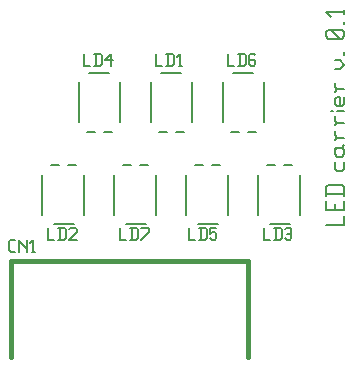
<source format=gbr>
G04 start of page 8 for group -4079 idx -4079 *
G04 Title: LED carrier v. 0.1, topsilk *
G04 Creator: pcb 1.99x *
G04 CreationDate: Sun Jun 28 01:38:54 2009 UTC *
G04 For: davidellsworth *
G04 Format: Gerber/RS-274X *
G04 PCB-Dimensions: 120000 122000 *
G04 PCB-Coordinate-Origin: lower left *
%MOIN*%
%FSLAX24Y24*%
%LNFRONTSILK*%
%ADD16C,0.0150*%
%ADD30C,0.0070*%
G54D30*X11051Y4500D02*X11655D01*
Y4802D02*Y4500D01*
X11353Y5209D02*Y4983D01*
X11655Y5285D02*Y4983D01*
X11051D02*X11655D01*
X11051Y5285D02*Y4983D01*
Y5542D02*X11655D01*
X11051Y5768D02*X11126Y5844D01*
X11579D01*
X11655Y5768D02*X11579Y5844D01*
X11655Y5768D02*Y5466D01*
X11051Y5768D02*Y5466D01*
X11353Y6599D02*Y6372D01*
X11428Y6297D02*X11353Y6372D01*
X11428Y6297D02*X11579D01*
X11655Y6372D01*
Y6599D02*Y6372D01*
X11353Y7007D02*X11428Y7082D01*
X11353Y7007D02*Y6856D01*
X11428Y6780D02*X11353Y6856D01*
X11428Y6780D02*X11579D01*
X11655Y6856D01*
X11353Y7082D02*X11579D01*
X11655Y7158D01*
Y7007D02*Y6856D01*
Y7007D02*X11579Y7082D01*
X11428Y7415D02*X11655D01*
X11428D02*X11353Y7490D01*
Y7641D02*Y7490D01*
Y7339D02*X11428Y7415D01*
Y7898D02*X11655D01*
X11428D02*X11353Y7973D01*
Y8124D02*Y7973D01*
Y7822D02*X11428Y7898D01*
X11202Y8306D02*X11277D01*
X11428D02*X11655D01*
Y8759D02*Y8532D01*
X11579Y8457D02*X11655Y8532D01*
X11428Y8457D02*X11579D01*
X11428D02*X11353Y8532D01*
Y8683D02*Y8532D01*
Y8683D02*X11428Y8759D01*
X11504D02*Y8457D01*
X11428Y8759D02*X11504D01*
X11428Y9016D02*X11655D01*
X11428D02*X11353Y9091D01*
Y9242D02*Y9091D01*
Y8940D02*X11428Y9016D01*
X11353Y9695D02*X11504D01*
X11655Y9846D01*
X11504Y9997D01*
X11353D02*X11504D01*
X11655Y10254D02*Y10179D01*
X11579Y10707D02*X11655Y10783D01*
X11126Y10707D02*X11579D01*
X11126D02*X11051Y10783D01*
Y10934D02*Y10783D01*
Y10934D02*X11126Y11009D01*
X11579D01*
X11655Y10934D02*X11579Y11009D01*
X11655Y10934D02*Y10783D01*
X11504Y10707D02*X11202Y11009D01*
X11655Y11266D02*Y11191D01*
Y11674D02*Y11523D01*
X11051Y11599D02*X11655D01*
X11202Y11448D02*X11051Y11599D01*
G54D16*X550Y100D02*Y3300D01*
X600D02*X8450D01*
Y100D01*
G54D30*X1970Y4530D02*X2640D01*
X2460Y6510D02*X2730D01*
X1870D02*X2140D01*
X1600Y6170D02*Y4820D01*
X2990Y6170D02*Y4820D01*
X5560Y9570D02*X6230D01*
X5470Y7590D02*X5740D01*
X6060D02*X6330D01*
X6600Y9280D02*Y7930D01*
X5210Y9280D02*Y7930D01*
X6770Y4530D02*X7440D01*
X7260Y6510D02*X7530D01*
X6670D02*X6940D01*
X6400Y6170D02*Y4820D01*
X7790Y6170D02*Y4820D01*
X4370Y4530D02*X5040D01*
X4860Y6510D02*X5130D01*
X4270D02*X4540D01*
X4000Y6170D02*Y4820D01*
X5390Y6170D02*Y4820D01*
X9170Y4530D02*X9840D01*
X9660Y6510D02*X9930D01*
X9070D02*X9340D01*
X8800Y6170D02*Y4820D01*
X10190Y6170D02*Y4820D01*
X3160Y9570D02*X3830D01*
X3070Y7590D02*X3340D01*
X3660D02*X3930D01*
X4200Y9280D02*Y7930D01*
X2810Y9280D02*Y7930D01*
X7960Y9570D02*X8630D01*
X7870Y7590D02*X8140D01*
X8460D02*X8730D01*
X9000Y9280D02*Y7930D01*
X7610Y9280D02*Y7930D01*
X5400Y10200D02*Y9800D01*
X5600D01*
X5770Y10200D02*Y9800D01*
X5920Y10200D02*X5970Y10150D01*
Y9850D01*
X5920Y9800D02*X5970Y9850D01*
X5720Y9800D02*X5920D01*
X5720Y10200D02*X5920D01*
X6140Y9800D02*X6240D01*
X6190Y10200D02*Y9800D01*
X6090Y10100D02*X6190Y10200D01*
X3000D02*Y9800D01*
X3200D01*
X3370Y10200D02*Y9800D01*
X3520Y10200D02*X3570Y10150D01*
Y9850D01*
X3520Y9800D02*X3570Y9850D01*
X3320Y9800D02*X3520D01*
X3320Y10200D02*X3520D01*
X3690Y10000D02*X3890Y10200D01*
X3690Y10000D02*X3940D01*
X3890Y10200D02*Y9800D01*
X7800Y10200D02*Y9800D01*
X8000D01*
X8170Y10200D02*Y9800D01*
X8320Y10200D02*X8370Y10150D01*
Y9850D01*
X8320Y9800D02*X8370Y9850D01*
X8120Y9800D02*X8320D01*
X8120Y10200D02*X8320D01*
X8640D02*X8690Y10150D01*
X8540Y10200D02*X8640D01*
X8490Y10150D02*X8540Y10200D01*
X8490Y10150D02*Y9850D01*
X8540Y9800D01*
X8640Y10000D02*X8690Y9950D01*
X8490Y10000D02*X8640D01*
X8540Y9800D02*X8640D01*
X8690Y9850D01*
Y9950D02*Y9850D01*
X550Y3600D02*X700D01*
X500Y3650D02*X550Y3600D01*
X500Y3950D02*Y3650D01*
Y3950D02*X550Y4000D01*
X700D01*
X820D02*Y3600D01*
Y4000D02*Y3950D01*
X1070Y3700D01*
Y4000D02*Y3600D01*
X1240D02*X1340D01*
X1290Y4000D02*Y3600D01*
X1190Y3900D02*X1290Y4000D01*
X1800Y4400D02*Y4000D01*
X2000D01*
X2170Y4400D02*Y4000D01*
X2320Y4400D02*X2370Y4350D01*
Y4050D01*
X2320Y4000D02*X2370Y4050D01*
X2120Y4000D02*X2320D01*
X2120Y4400D02*X2320D01*
X2490Y4350D02*X2540Y4400D01*
X2690D01*
X2740Y4350D01*
Y4250D01*
X2490Y4000D02*X2740Y4250D01*
X2490Y4000D02*X2740D01*
X4200Y4400D02*Y4000D01*
X4400D01*
X4570Y4400D02*Y4000D01*
X4720Y4400D02*X4770Y4350D01*
Y4050D01*
X4720Y4000D02*X4770Y4050D01*
X4520Y4000D02*X4720D01*
X4520Y4400D02*X4720D01*
X4890Y4000D02*X5140Y4250D01*
Y4400D02*Y4250D01*
X4890Y4400D02*X5140D01*
X6500D02*Y4000D01*
X6700D01*
X6870Y4400D02*Y4000D01*
X7020Y4400D02*X7070Y4350D01*
Y4050D01*
X7020Y4000D02*X7070Y4050D01*
X6820Y4000D02*X7020D01*
X6820Y4400D02*X7020D01*
X7190D02*X7390D01*
X7190D02*Y4200D01*
X7240Y4250D01*
X7340D01*
X7390Y4200D01*
Y4050D01*
X7340Y4000D02*X7390Y4050D01*
X7240Y4000D02*X7340D01*
X7190Y4050D02*X7240Y4000D01*
X9000Y4400D02*Y4000D01*
X9200D01*
X9370Y4400D02*Y4000D01*
X9520Y4400D02*X9570Y4350D01*
Y4050D01*
X9520Y4000D02*X9570Y4050D01*
X9320Y4000D02*X9520D01*
X9320Y4400D02*X9520D01*
X9690Y4350D02*X9740Y4400D01*
X9840D01*
X9890Y4350D01*
Y4050D01*
X9840Y4000D02*X9890Y4050D01*
X9740Y4000D02*X9840D01*
X9690Y4050D02*X9740Y4000D01*
Y4200D02*X9890D01*
M02*

</source>
